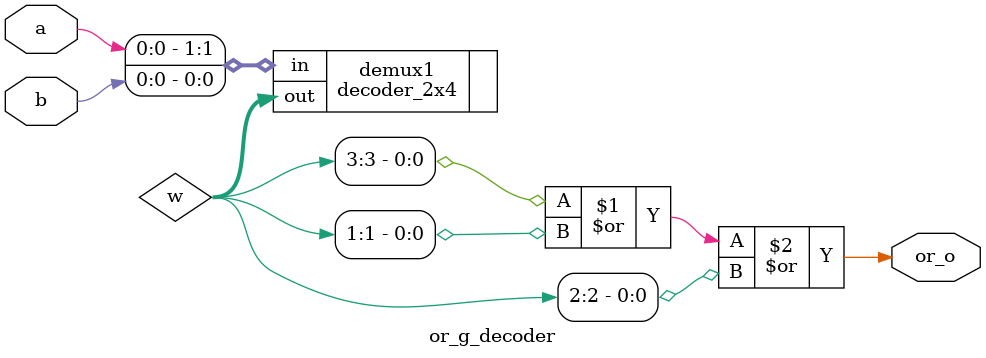
<source format=v>
`timescale 1ns / 1ps
module or_g_decoder(
 input a,b,
 output or_o
    );
	 
wire[3:0] w;	 
decoder_2x4 demux1(.in({a,b}),.out(w));
assign or_o=w[3]|w[1]|w[2];

endmodule

</source>
